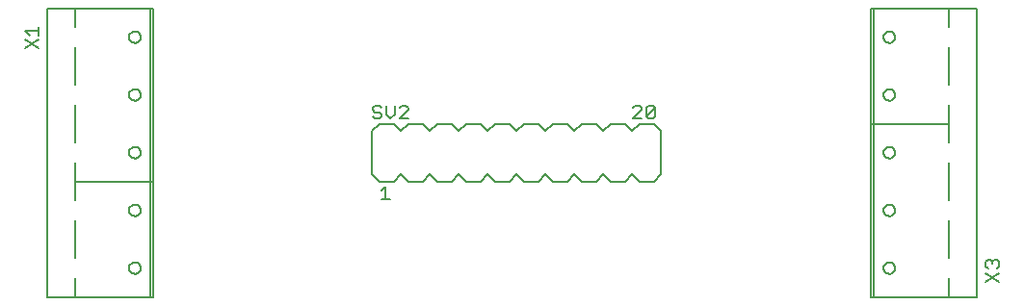
<source format=gto>
G75*
%MOIN*%
%OFA0B0*%
%FSLAX24Y24*%
%IPPOS*%
%LPD*%
%AMOC8*
5,1,8,0,0,1.08239X$1,22.5*
%
%ADD10C,0.0060*%
%ADD11C,0.0050*%
D10*
X001100Y001764D02*
X002050Y001764D01*
X002050Y002414D01*
X002050Y001764D02*
X004650Y001764D01*
X004650Y011764D01*
X004750Y011764D01*
X004750Y005764D01*
X002050Y005764D01*
X002050Y005114D01*
X002050Y005764D02*
X002050Y006414D01*
X002050Y007114D02*
X002050Y008414D01*
X002050Y009114D02*
X002050Y010414D01*
X002050Y011114D02*
X002050Y011764D01*
X004650Y011764D01*
X003920Y010764D02*
X003922Y010792D01*
X003928Y010819D01*
X003937Y010845D01*
X003950Y010870D01*
X003967Y010893D01*
X003986Y010913D01*
X004008Y010930D01*
X004032Y010944D01*
X004058Y010954D01*
X004085Y010961D01*
X004113Y010964D01*
X004141Y010963D01*
X004168Y010958D01*
X004195Y010949D01*
X004220Y010937D01*
X004243Y010922D01*
X004264Y010903D01*
X004282Y010882D01*
X004297Y010858D01*
X004308Y010832D01*
X004316Y010806D01*
X004320Y010778D01*
X004320Y010750D01*
X004316Y010722D01*
X004308Y010696D01*
X004297Y010670D01*
X004282Y010646D01*
X004264Y010625D01*
X004243Y010606D01*
X004220Y010591D01*
X004195Y010579D01*
X004168Y010570D01*
X004141Y010565D01*
X004113Y010564D01*
X004085Y010567D01*
X004058Y010574D01*
X004032Y010584D01*
X004008Y010598D01*
X003986Y010615D01*
X003967Y010635D01*
X003950Y010658D01*
X003937Y010683D01*
X003928Y010709D01*
X003922Y010736D01*
X003920Y010764D01*
X002050Y011764D02*
X001100Y011764D01*
X001100Y001764D01*
X003920Y002764D02*
X003922Y002792D01*
X003928Y002819D01*
X003937Y002845D01*
X003950Y002870D01*
X003967Y002893D01*
X003986Y002913D01*
X004008Y002930D01*
X004032Y002944D01*
X004058Y002954D01*
X004085Y002961D01*
X004113Y002964D01*
X004141Y002963D01*
X004168Y002958D01*
X004195Y002949D01*
X004220Y002937D01*
X004243Y002922D01*
X004264Y002903D01*
X004282Y002882D01*
X004297Y002858D01*
X004308Y002832D01*
X004316Y002806D01*
X004320Y002778D01*
X004320Y002750D01*
X004316Y002722D01*
X004308Y002696D01*
X004297Y002670D01*
X004282Y002646D01*
X004264Y002625D01*
X004243Y002606D01*
X004220Y002591D01*
X004195Y002579D01*
X004168Y002570D01*
X004141Y002565D01*
X004113Y002564D01*
X004085Y002567D01*
X004058Y002574D01*
X004032Y002584D01*
X004008Y002598D01*
X003986Y002615D01*
X003967Y002635D01*
X003950Y002658D01*
X003937Y002683D01*
X003928Y002709D01*
X003922Y002736D01*
X003920Y002764D01*
X002050Y003114D02*
X002050Y004414D01*
X003920Y004764D02*
X003922Y004792D01*
X003928Y004819D01*
X003937Y004845D01*
X003950Y004870D01*
X003967Y004893D01*
X003986Y004913D01*
X004008Y004930D01*
X004032Y004944D01*
X004058Y004954D01*
X004085Y004961D01*
X004113Y004964D01*
X004141Y004963D01*
X004168Y004958D01*
X004195Y004949D01*
X004220Y004937D01*
X004243Y004922D01*
X004264Y004903D01*
X004282Y004882D01*
X004297Y004858D01*
X004308Y004832D01*
X004316Y004806D01*
X004320Y004778D01*
X004320Y004750D01*
X004316Y004722D01*
X004308Y004696D01*
X004297Y004670D01*
X004282Y004646D01*
X004264Y004625D01*
X004243Y004606D01*
X004220Y004591D01*
X004195Y004579D01*
X004168Y004570D01*
X004141Y004565D01*
X004113Y004564D01*
X004085Y004567D01*
X004058Y004574D01*
X004032Y004584D01*
X004008Y004598D01*
X003986Y004615D01*
X003967Y004635D01*
X003950Y004658D01*
X003937Y004683D01*
X003928Y004709D01*
X003922Y004736D01*
X003920Y004764D01*
X004750Y005764D02*
X004750Y001764D01*
X004650Y001764D01*
X012331Y006014D02*
X012581Y005764D01*
X013081Y005764D01*
X013331Y006014D01*
X013581Y005764D01*
X014081Y005764D01*
X014331Y006014D01*
X014581Y005764D01*
X015081Y005764D01*
X015331Y006014D01*
X015581Y005764D01*
X016081Y005764D01*
X016331Y006014D01*
X016581Y005764D01*
X017081Y005764D01*
X017331Y006014D01*
X017581Y005764D01*
X018081Y005764D01*
X018331Y006014D01*
X018581Y005764D01*
X019081Y005764D01*
X019331Y006014D01*
X019581Y005764D01*
X020081Y005764D01*
X020331Y006014D01*
X020581Y005764D01*
X021081Y005764D01*
X021331Y006014D01*
X021581Y005764D01*
X022081Y005764D01*
X022331Y006014D01*
X022331Y007514D01*
X022081Y007764D01*
X021581Y007764D01*
X021331Y007514D01*
X021081Y007764D01*
X020581Y007764D01*
X020331Y007514D01*
X020081Y007764D01*
X019581Y007764D01*
X019331Y007514D01*
X019081Y007764D01*
X018581Y007764D01*
X018331Y007514D01*
X018081Y007764D01*
X017581Y007764D01*
X017331Y007514D01*
X017081Y007764D01*
X016581Y007764D01*
X016331Y007514D01*
X016081Y007764D01*
X015581Y007764D01*
X015331Y007514D01*
X015081Y007764D01*
X014581Y007764D01*
X014331Y007514D01*
X014081Y007764D01*
X013581Y007764D01*
X013331Y007514D01*
X013081Y007764D01*
X012581Y007764D01*
X012331Y007514D01*
X012331Y006014D01*
X003920Y006764D02*
X003922Y006792D01*
X003928Y006819D01*
X003937Y006845D01*
X003950Y006870D01*
X003967Y006893D01*
X003986Y006913D01*
X004008Y006930D01*
X004032Y006944D01*
X004058Y006954D01*
X004085Y006961D01*
X004113Y006964D01*
X004141Y006963D01*
X004168Y006958D01*
X004195Y006949D01*
X004220Y006937D01*
X004243Y006922D01*
X004264Y006903D01*
X004282Y006882D01*
X004297Y006858D01*
X004308Y006832D01*
X004316Y006806D01*
X004320Y006778D01*
X004320Y006750D01*
X004316Y006722D01*
X004308Y006696D01*
X004297Y006670D01*
X004282Y006646D01*
X004264Y006625D01*
X004243Y006606D01*
X004220Y006591D01*
X004195Y006579D01*
X004168Y006570D01*
X004141Y006565D01*
X004113Y006564D01*
X004085Y006567D01*
X004058Y006574D01*
X004032Y006584D01*
X004008Y006598D01*
X003986Y006615D01*
X003967Y006635D01*
X003950Y006658D01*
X003937Y006683D01*
X003928Y006709D01*
X003922Y006736D01*
X003920Y006764D01*
X003920Y008764D02*
X003922Y008792D01*
X003928Y008819D01*
X003937Y008845D01*
X003950Y008870D01*
X003967Y008893D01*
X003986Y008913D01*
X004008Y008930D01*
X004032Y008944D01*
X004058Y008954D01*
X004085Y008961D01*
X004113Y008964D01*
X004141Y008963D01*
X004168Y008958D01*
X004195Y008949D01*
X004220Y008937D01*
X004243Y008922D01*
X004264Y008903D01*
X004282Y008882D01*
X004297Y008858D01*
X004308Y008832D01*
X004316Y008806D01*
X004320Y008778D01*
X004320Y008750D01*
X004316Y008722D01*
X004308Y008696D01*
X004297Y008670D01*
X004282Y008646D01*
X004264Y008625D01*
X004243Y008606D01*
X004220Y008591D01*
X004195Y008579D01*
X004168Y008570D01*
X004141Y008565D01*
X004113Y008564D01*
X004085Y008567D01*
X004058Y008574D01*
X004032Y008584D01*
X004008Y008598D01*
X003986Y008615D01*
X003967Y008635D01*
X003950Y008658D01*
X003937Y008683D01*
X003928Y008709D01*
X003922Y008736D01*
X003920Y008764D01*
X029596Y007764D02*
X029596Y001764D01*
X029696Y001764D01*
X029696Y011764D01*
X032296Y011764D01*
X032296Y011114D01*
X032296Y011764D02*
X033246Y011764D01*
X033246Y001764D01*
X032296Y001764D01*
X029696Y001764D01*
X030026Y002764D02*
X030028Y002792D01*
X030034Y002819D01*
X030043Y002845D01*
X030056Y002870D01*
X030073Y002893D01*
X030092Y002913D01*
X030114Y002930D01*
X030138Y002944D01*
X030164Y002954D01*
X030191Y002961D01*
X030219Y002964D01*
X030247Y002963D01*
X030274Y002958D01*
X030301Y002949D01*
X030326Y002937D01*
X030349Y002922D01*
X030370Y002903D01*
X030388Y002882D01*
X030403Y002858D01*
X030414Y002832D01*
X030422Y002806D01*
X030426Y002778D01*
X030426Y002750D01*
X030422Y002722D01*
X030414Y002696D01*
X030403Y002670D01*
X030388Y002646D01*
X030370Y002625D01*
X030349Y002606D01*
X030326Y002591D01*
X030301Y002579D01*
X030274Y002570D01*
X030247Y002565D01*
X030219Y002564D01*
X030191Y002567D01*
X030164Y002574D01*
X030138Y002584D01*
X030114Y002598D01*
X030092Y002615D01*
X030073Y002635D01*
X030056Y002658D01*
X030043Y002683D01*
X030034Y002709D01*
X030028Y002736D01*
X030026Y002764D01*
X032296Y002414D02*
X032296Y001764D01*
X032296Y003114D02*
X032296Y004414D01*
X032296Y005114D02*
X032296Y006414D01*
X032296Y007114D02*
X032296Y007764D01*
X032296Y008414D01*
X032296Y007764D02*
X029596Y007764D01*
X029596Y011764D01*
X029696Y011764D01*
X030026Y010764D02*
X030028Y010792D01*
X030034Y010819D01*
X030043Y010845D01*
X030056Y010870D01*
X030073Y010893D01*
X030092Y010913D01*
X030114Y010930D01*
X030138Y010944D01*
X030164Y010954D01*
X030191Y010961D01*
X030219Y010964D01*
X030247Y010963D01*
X030274Y010958D01*
X030301Y010949D01*
X030326Y010937D01*
X030349Y010922D01*
X030370Y010903D01*
X030388Y010882D01*
X030403Y010858D01*
X030414Y010832D01*
X030422Y010806D01*
X030426Y010778D01*
X030426Y010750D01*
X030422Y010722D01*
X030414Y010696D01*
X030403Y010670D01*
X030388Y010646D01*
X030370Y010625D01*
X030349Y010606D01*
X030326Y010591D01*
X030301Y010579D01*
X030274Y010570D01*
X030247Y010565D01*
X030219Y010564D01*
X030191Y010567D01*
X030164Y010574D01*
X030138Y010584D01*
X030114Y010598D01*
X030092Y010615D01*
X030073Y010635D01*
X030056Y010658D01*
X030043Y010683D01*
X030034Y010709D01*
X030028Y010736D01*
X030026Y010764D01*
X032296Y010414D02*
X032296Y009114D01*
X030026Y008764D02*
X030028Y008792D01*
X030034Y008819D01*
X030043Y008845D01*
X030056Y008870D01*
X030073Y008893D01*
X030092Y008913D01*
X030114Y008930D01*
X030138Y008944D01*
X030164Y008954D01*
X030191Y008961D01*
X030219Y008964D01*
X030247Y008963D01*
X030274Y008958D01*
X030301Y008949D01*
X030326Y008937D01*
X030349Y008922D01*
X030370Y008903D01*
X030388Y008882D01*
X030403Y008858D01*
X030414Y008832D01*
X030422Y008806D01*
X030426Y008778D01*
X030426Y008750D01*
X030422Y008722D01*
X030414Y008696D01*
X030403Y008670D01*
X030388Y008646D01*
X030370Y008625D01*
X030349Y008606D01*
X030326Y008591D01*
X030301Y008579D01*
X030274Y008570D01*
X030247Y008565D01*
X030219Y008564D01*
X030191Y008567D01*
X030164Y008574D01*
X030138Y008584D01*
X030114Y008598D01*
X030092Y008615D01*
X030073Y008635D01*
X030056Y008658D01*
X030043Y008683D01*
X030034Y008709D01*
X030028Y008736D01*
X030026Y008764D01*
X030026Y006764D02*
X030028Y006792D01*
X030034Y006819D01*
X030043Y006845D01*
X030056Y006870D01*
X030073Y006893D01*
X030092Y006913D01*
X030114Y006930D01*
X030138Y006944D01*
X030164Y006954D01*
X030191Y006961D01*
X030219Y006964D01*
X030247Y006963D01*
X030274Y006958D01*
X030301Y006949D01*
X030326Y006937D01*
X030349Y006922D01*
X030370Y006903D01*
X030388Y006882D01*
X030403Y006858D01*
X030414Y006832D01*
X030422Y006806D01*
X030426Y006778D01*
X030426Y006750D01*
X030422Y006722D01*
X030414Y006696D01*
X030403Y006670D01*
X030388Y006646D01*
X030370Y006625D01*
X030349Y006606D01*
X030326Y006591D01*
X030301Y006579D01*
X030274Y006570D01*
X030247Y006565D01*
X030219Y006564D01*
X030191Y006567D01*
X030164Y006574D01*
X030138Y006584D01*
X030114Y006598D01*
X030092Y006615D01*
X030073Y006635D01*
X030056Y006658D01*
X030043Y006683D01*
X030034Y006709D01*
X030028Y006736D01*
X030026Y006764D01*
X030026Y004764D02*
X030028Y004792D01*
X030034Y004819D01*
X030043Y004845D01*
X030056Y004870D01*
X030073Y004893D01*
X030092Y004913D01*
X030114Y004930D01*
X030138Y004944D01*
X030164Y004954D01*
X030191Y004961D01*
X030219Y004964D01*
X030247Y004963D01*
X030274Y004958D01*
X030301Y004949D01*
X030326Y004937D01*
X030349Y004922D01*
X030370Y004903D01*
X030388Y004882D01*
X030403Y004858D01*
X030414Y004832D01*
X030422Y004806D01*
X030426Y004778D01*
X030426Y004750D01*
X030422Y004722D01*
X030414Y004696D01*
X030403Y004670D01*
X030388Y004646D01*
X030370Y004625D01*
X030349Y004606D01*
X030326Y004591D01*
X030301Y004579D01*
X030274Y004570D01*
X030247Y004565D01*
X030219Y004564D01*
X030191Y004567D01*
X030164Y004574D01*
X030138Y004584D01*
X030114Y004598D01*
X030092Y004615D01*
X030073Y004635D01*
X030056Y004658D01*
X030043Y004683D01*
X030034Y004709D01*
X030028Y004736D01*
X030026Y004764D01*
D11*
X033571Y002975D02*
X033646Y003050D01*
X033721Y003050D01*
X033796Y002975D01*
X033871Y003050D01*
X033946Y003050D01*
X034021Y002975D01*
X034021Y002825D01*
X033946Y002750D01*
X034021Y002589D02*
X033571Y002289D01*
X033571Y002589D02*
X034021Y002289D01*
X033646Y002750D02*
X033571Y002825D01*
X033571Y002975D01*
X033796Y002975D02*
X033796Y002900D01*
X022116Y008014D02*
X022041Y007939D01*
X021891Y007939D01*
X021816Y008014D01*
X022116Y008314D01*
X022116Y008014D01*
X021816Y008014D02*
X021816Y008314D01*
X021891Y008390D01*
X022041Y008390D01*
X022116Y008314D01*
X021656Y008314D02*
X021656Y008239D01*
X021356Y007939D01*
X021656Y007939D01*
X021656Y008314D02*
X021581Y008390D01*
X021431Y008390D01*
X021356Y008314D01*
X013577Y008239D02*
X013577Y008314D01*
X013502Y008390D01*
X013352Y008390D01*
X013276Y008314D01*
X013116Y008390D02*
X013116Y008089D01*
X012966Y007939D01*
X012816Y008089D01*
X012816Y008390D01*
X012656Y008314D02*
X012581Y008390D01*
X012431Y008390D01*
X012356Y008314D01*
X012356Y008239D01*
X012431Y008164D01*
X012581Y008164D01*
X012656Y008089D01*
X012656Y008014D01*
X012581Y007939D01*
X012431Y007939D01*
X012356Y008014D01*
X013276Y007939D02*
X013577Y008239D01*
X013577Y007939D02*
X013276Y007939D01*
X012806Y005590D02*
X012806Y005139D01*
X012656Y005139D02*
X012956Y005139D01*
X012656Y005439D02*
X012806Y005590D01*
X000775Y010368D02*
X000325Y010669D01*
X000475Y010829D02*
X000325Y010979D01*
X000775Y010979D01*
X000775Y010829D02*
X000775Y011129D01*
X000775Y010669D02*
X000325Y010368D01*
M02*

</source>
